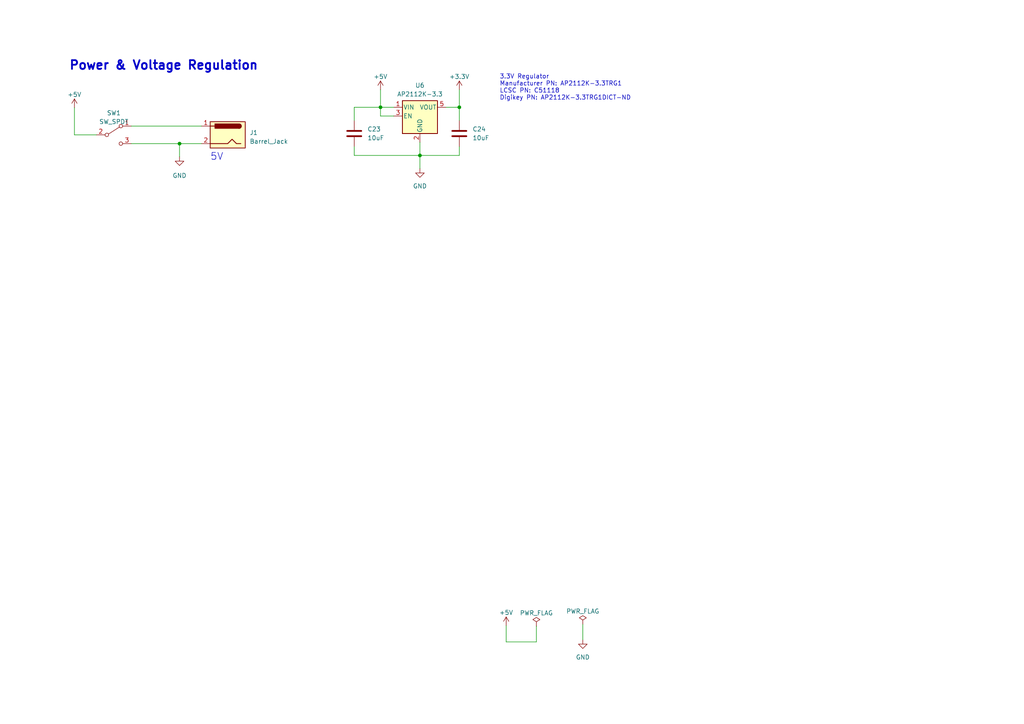
<source format=kicad_sch>
(kicad_sch (version 20230121) (generator eeschema)
  (paper "A4")
  (lib_symbols
    (symbol "Connector:Barrel_Jack" (pin_names (offset 1.016))
      (property "Reference" "J" (at 0 5.334 0))
      (property "Value" "Barrel_Jack" (at 0 -5.08 0))
      (symbol "Barrel_Jack_0_1"
        (rectangle (start -5.08 3.81) (end 5.08 -3.81) (stroke (width 0.254)) (fill (type background)))
        (arc (start -3.302 3.175) (mid -3.9343 2.54) (end -3.302 1.905) (stroke (width 0.254)))
        (arc (start -3.302 3.175) (mid -3.9343 2.54) (end -3.302 1.905) (stroke (width 0.254)) (fill (type outline)))
        (polyline (pts (xy 5.08 2.54) (xy 3.81 2.54)) (stroke (width 0.254)))
        (polyline (pts (xy -3.81 -2.54) (xy -2.54 -2.54) (xy -1.27 -1.27) (xy 0 -2.54) (xy 2.54 -2.54) (xy 5.08 -2.54)) (stroke (width 0.254)))
        (rectangle (start 3.683 3.175) (end -3.302 1.905) (stroke (width 0.254)) (fill (type outline)))
      )
      (symbol "Barrel_Jack_1_1"
        (pin passive line (at 7.62 2.54 180) (length 2.54) (name "~") (number "1"))
        (pin passive line (at 7.62 -2.54 180) (length 2.54) (name "~") (number "2"))
      )
    )
    (symbol "Device:C" (pin_numbers hide) (pin_names (offset 0.254))
      (property "Reference" "C" (at 0.635 2.54 0))
      (property "Value" "C" (at 0.635 -2.54 0))
      (symbol "C_0_1"
        (polyline (pts (xy -2.032 -0.762) (xy 2.032 -0.762)) (stroke (width 0.508)))
        (polyline (pts (xy -2.032 0.762) (xy 2.032 0.762)) (stroke (width 0.508)))
      )
      (symbol "C_1_1"
        (pin passive line (at 0 3.81 270) (length 2.794) (name "~") (number "1"))
        (pin passive line (at 0 -3.81 90) (length 2.794) (name "~") (number "2"))
      )
    )
    (symbol "Regulator_Linear:AP2112K-3.3" (pin_names (offset 0.254))
      (property "Reference" "U" (at -5.08 5.715 0))
      (property "Value" "AP2112K-3.3" (at 0 5.715 0))
      (symbol "AP2112K-3.3_0_1"
        (rectangle (start -5.08 4.445) (end 5.08 -5.08) (stroke (width 0.254)) (fill (type background)))
      )
      (symbol "AP2112K-3.3_1_1"
        (pin power_in line (at -7.62 2.54 0) (length 2.54) (name "VIN") (number "1"))
        (pin power_in line (at 0 -7.62 90) (length 2.54) (name "GND") (number "2"))
        (pin input line (at -7.62 0 0) (length 2.54) (name "EN") (number "3"))
        (pin no_connect line (at 5.08 0 180) (length 2.54) hide (name "NC") (number "4"))
        (pin power_out line (at 7.62 2.54 180) (length 2.54) (name "VOUT") (number "5"))
      )
    )
    (symbol "Switch:SW_SPDT" (pin_names (offset 0) hide)
      (property "Reference" "SW" (at 0 4.318 0))
      (property "Value" "SW_SPDT" (at 0 -5.08 0))
      (symbol "SW_SPDT_0_0"
        (circle (center -2.032 0) (radius 0.508))
        (circle (center 2.032 -2.54) (radius 0.508))
      )
      (symbol "SW_SPDT_0_1"
        (polyline (pts (xy -1.524 0.254) (xy 1.651 2.286)))
        (circle (center 2.032 2.54) (radius 0.508))
      )
      (symbol "SW_SPDT_1_1"
        (pin passive line (at 5.08 2.54 180) (length 2.54) (name "A") (number "1"))
        (pin passive line (at -5.08 0 0) (length 2.54) (name "B") (number "2"))
        (pin passive line (at 5.08 -2.54 180) (length 2.54) (name "C") (number "3"))
      )
    )
    (symbol "power:+3.3V" (power) (pin_names (offset 0))
      (property "Value" "+3.3V" (at 0 3.556 0))
      (symbol "+3.3V_0_1"
        (polyline (pts (xy -0.762 1.27) (xy 0 2.54)))
        (polyline (pts (xy 0 0) (xy 0 2.54)))
        (polyline (pts (xy 0 2.54) (xy 0.762 1.27)))
      )
      (symbol "+3.3V_1_1"
        (pin power_in line (at 0 0 90) (length 0) hide (name "+3.3V") (number "1"))
      )
    )
    (symbol "power:+5V" (power) (pin_names (offset 0))
      (property "Value" "+5V" (at 0 3.556 0))
      (symbol "+5V_0_1"
        (polyline (pts (xy -0.762 1.27) (xy 0 2.54)))
        (polyline (pts (xy 0 0) (xy 0 2.54)))
        (polyline (pts (xy 0 2.54) (xy 0.762 1.27)))
      )
      (symbol "+5V_1_1"
        (pin power_in line (at 0 0 90) (length 0) hide (name "+5V") (number "1"))
      )
    )
    (symbol "power:GND" (power) (pin_names (offset 0))
      (property "Value" "GND" (at 0 -3.81 0))
      (symbol "GND_0_1"
        (polyline (pts (xy 0 0) (xy 0 -1.27) (xy 1.27 -1.27) (xy 0 -2.54) (xy -1.27 -1.27) (xy 0 -1.27)))
      )
      (symbol "GND_1_1"
        (pin power_in line (at 0 0 270) (length 0) hide (name "GND") (number "1"))
      )
    )
    (symbol "power:PWR_FLAG" (power) (pin_numbers hide) (pin_names (offset 0) hide)
      (property "Value" "PWR_FLAG" (at 0 3.81 0))
      (symbol "PWR_FLAG_0_0"
        (pin power_out line (at 0 0 90) (length 0) (name "pwr") (number "1"))
      )
      (symbol "PWR_FLAG_0_1"
        (polyline (pts (xy 0 0) (xy 0 1.27) (xy -1.016 1.905) (xy 0 2.54) (xy 1.016 1.905) (xy 0 1.27)))
      )
    )
  )
  (junction (at 133.223 31.115))
  (junction (at 110.363 31.115))
  (junction (at 121.793 45.085))
  (junction (at 52.07 41.656))
  (wire (pts (xy 102.743 31.115) (xy 102.743 34.925)))
  (wire (pts (xy 27.94 39.116) (xy 21.59 39.116)))
  (wire (pts (xy 110.363 26.035) (xy 110.363 31.115)))
  (wire (pts (xy 21.59 31.242) (xy 21.59 39.116)))
  (wire (pts (xy 110.363 31.115) (xy 102.743 31.115)))
  (wire (pts (xy 133.223 42.545) (xy 133.223 45.085)))
  (wire (pts (xy 146.812 181.483) (xy 146.812 186.182)))
  (wire (pts (xy 169.037 181.102) (xy 169.037 185.547)))
  (wire (pts (xy 155.575 181.61) (xy 155.575 186.182)))
  (wire (pts (xy 114.173 33.655) (xy 110.363 33.655)))
  (wire (pts (xy 133.223 45.085) (xy 121.793 45.085)))
  (wire (pts (xy 121.793 45.085) (xy 121.793 41.275)))
  (wire (pts (xy 102.743 45.085) (xy 121.793 45.085)))
  (wire (pts (xy 121.793 45.085) (xy 121.793 48.895)))
  (wire (pts (xy 155.575 186.182) (xy 146.812 186.182)))
  (wire (pts (xy 102.743 42.545) (xy 102.743 45.085)))
  (wire (pts (xy 110.363 33.655) (xy 110.363 31.115)))
  (wire (pts (xy 114.173 31.115) (xy 110.363 31.115)))
  (wire (pts (xy 52.07 41.656) (xy 52.07 45.466)))
  (wire (pts (xy 133.223 31.115) (xy 133.223 34.925)))
  (wire (pts (xy 38.1 41.656) (xy 52.07 41.656)))
  (wire (pts (xy 38.1 36.576) (xy 58.42 36.576)))
  (wire (pts (xy 133.223 26.035) (xy 133.223 31.115)))
  (wire (pts (xy 52.07 41.656) (xy 58.42 41.656)))
  (wire (pts (xy 129.413 31.115) (xy 133.223 31.115)))
  (text "5V" (at 60.96 46.736 0) (effects (font (size 2.032 2.032)) (justify left bottom)))
  (text "3.3V Regulator\nManufacturer PN: AP2112K-3.3TRG1\nLCSC PN: C51118\nDigikey PN: AP2112K-3.3TRG1DICT-ND " (at 144.907 29.21 0) (effects (font (size 1.27 1.27)) (justify left bottom)))
  (text "Power & Voltage Regulation" (at 19.939 20.574 0) (effects (font (size 2.54 2.54) (thickness 0.508) bold) (justify left bottom)))
  (symbol (lib_id "Device:C") (at 133.223 38.735 0) (unit 1)
    (property "Reference" "C24" (at 137.033 37.465 0) (effects (justify left)))
    (property "Value" "10uF" (at 137.033 40.005 0) (effects (justify left)))
    (property "Footprint" "Capacitor_SMD:C_0603_1608Metric" (effects hide))
  )
  (symbol (lib_id "power:+5V") (at 110.363 26.035 0) (unit 1)
    (property "Reference" "#PWR06" (effects hide))
    (property "Value" "+5V" (at 110.363 22.225 0))
  )
  (symbol (lib_id "power:+5V") (at 146.812 181.483 0) (unit 1)
    (property "Reference" "#PWR074" (effects hide))
    (property "Value" "+5V" (at 146.812 177.673 0))
  )
  (symbol (lib_id "power:+5V") (at 21.59 31.242 0) (unit 1)
    (property "Reference" "#PWR04" (effects hide))
    (property "Value" "+5V" (at 21.59 27.432 0))
  )
  (symbol (lib_id "power:+3.3V") (at 133.223 26.035 0) (mirror y) (unit 1)
    (property "Reference" "#PWR016" (effects hide))
    (property "Value" "+3.3V" (at 133.223 22.225 0))
  )
  (symbol (lib_id "Connector:Barrel_Jack") (at 66.04 39.116 0) (mirror y) (unit 1)
    (property "Reference" "J1" (at 72.39 38.481 0) (effects (justify right)))
    (property "Value" "Barrel_Jack" (at 72.39 41.021 0) (effects (justify right)))
    (property "Footprint" "arena_custom:DCJACK_2PIN_HIGHCURRENT" (effects hide))
  )
  (symbol (lib_id "power:GND") (at 121.793 48.895 0) (unit 1)
    (property "Reference" "#PWR07" (effects hide))
    (property "Value" "GND" (at 121.793 53.975 0))
  )
  (symbol (lib_id "Switch:SW_SPDT") (at 33.02 39.116 0) (unit 1)
    (property "Reference" "SW1" (at 33.02 32.766 0))
    (property "Value" "SW_SPDT" (at 33.02 35.306 0))
    (property "Footprint" "arena_custom:slide_switch" (effects hide))
  )
  (symbol (lib_id "power:GND") (at 52.07 45.466 0) (unit 1)
    (property "Reference" "#PWR077" (effects hide))
    (property "Value" "GND" (at 52.07 50.927 0))
  )
  (symbol (lib_id "power:PWR_FLAG") (at 169.037 181.102 0) (unit 1)
    (property "Reference" "#FLG03" (effects hide))
    (property "Value" "PWR_FLAG" (at 169.037 177.292 0))
  )
  (symbol (lib_id "power:PWR_FLAG") (at 155.575 181.61 0) (unit 1)
    (property "Reference" "#FLG01" (effects hide))
    (property "Value" "PWR_FLAG" (at 155.575 177.8 0))
  )
  (symbol (lib_id "power:GND") (at 169.037 185.547 0) (unit 1)
    (property "Reference" "#PWR013" (effects hide))
    (property "Value" "GND" (at 169.037 190.627 0))
  )
  (symbol (lib_id "Device:C") (at 102.743 38.735 0) (unit 1)
    (property "Reference" "C23" (at 106.553 37.465 0) (effects (justify left)))
    (property "Value" "10uF" (at 106.553 40.005 0) (effects (justify left)))
    (property "Footprint" "Capacitor_SMD:C_0603_1608Metric" (effects hide))
  )
  (symbol (lib_id "Regulator_Linear:AP2112K-3.3") (at 121.793 33.655 0) (unit 1)
    (property "Reference" "U6" (at 121.793 24.765 0))
    (property "Value" "AP2112K-3.3" (at 121.793 27.305 0))
    (property "Footprint" "Package_TO_SOT_SMD:SOT-23-5" (effects hide))
    (property "Datasheet" "https://www.diodes.com/assets/Datasheets/AP2112.pdf" (effects hide))
  )
)
</source>
